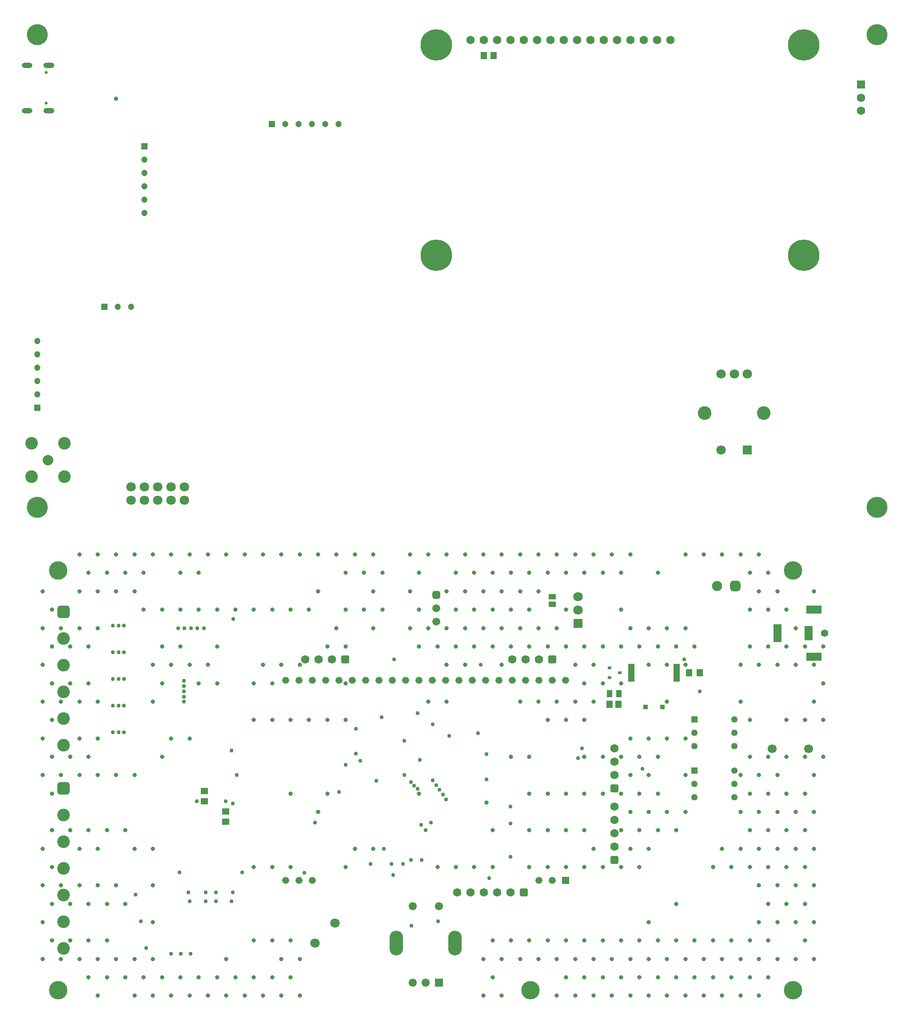
<source format=gbr>
%TF.GenerationSoftware,Altium Limited,Altium Designer,22.11.1 (43)*%
G04 Layer_Color=16711935*
%FSLAX43Y43*%
%MOMM*%
%TF.SameCoordinates,25A6F12C-B93B-4C7C-9F5B-633324915364*%
%TF.FilePolarity,Negative*%
%TF.FileFunction,Soldermask,Bot*%
%TF.Part,CustomerPanel*%
G01*
G75*
%TA.AperFunction,SMDPad,CuDef*%
%ADD15R,1.150X1.450*%
%ADD31R,1.450X1.200*%
%ADD37R,1.356X1.055*%
%ADD40R,1.150X1.450*%
%ADD41R,1.200X1.450*%
%ADD42R,0.700X0.600*%
%ADD56R,1.000X1.350*%
%TA.AperFunction,ComponentPad*%
%ADD73R,1.200X1.200*%
%ADD74C,1.200*%
%ADD75C,1.600*%
%ADD76C,6.000*%
%ADD77C,1.800*%
%ADD78C,0.600*%
%ADD79C,2.600*%
%ADD80R,1.800X1.800*%
%ADD81R,1.600X1.600*%
%ADD82R,1.200X1.200*%
%ADD83C,2.400*%
%ADD84C,2.000*%
%ADD85O,2.100X1.050*%
%ADD86O,2.000X1.000*%
%TA.AperFunction,ViaPad*%
%ADD87C,0.800*%
%ADD88C,4.000*%
%TA.AperFunction,ComponentPad*%
G04:AMPARAMS|DCode=89|XSize=2.6mm|YSize=4.7mm|CornerRadius=1.3mm|HoleSize=0mm|Usage=FLASHONLY|Rotation=180.000|XOffset=0mm|YOffset=0mm|HoleType=Round|Shape=RoundedRectangle|*
%AMROUNDEDRECTD89*
21,1,2.600,2.100,0,0,180.0*
21,1,0.000,4.700,0,0,180.0*
1,1,2.600,0.000,1.050*
1,1,2.600,0.000,1.050*
1,1,2.600,0.000,-1.050*
1,1,2.600,0.000,-1.050*
%
%ADD89ROUNDEDRECTD89*%
%ADD90C,1.550*%
%ADD91R,1.550X1.550*%
%ADD92C,1.337*%
%ADD93R,1.337X1.337*%
%ADD94R,1.250X1.250*%
%ADD95C,1.250*%
%ADD96C,1.700*%
%ADD97R,3.000X1.500*%
%ADD98C,1.400*%
%ADD99R,1.500X3.500*%
%ADD100R,1.500X2.800*%
G04:AMPARAMS|DCode=101|XSize=2.4mm|YSize=2.4mm|CornerRadius=0.6mm|HoleSize=0mm|Usage=FLASHONLY|Rotation=270.000|XOffset=0mm|YOffset=0mm|HoleType=Round|Shape=RoundedRectangle|*
%AMROUNDEDRECTD101*
21,1,2.400,1.200,0,0,270.0*
21,1,1.200,2.400,0,0,270.0*
1,1,1.200,-0.600,-0.600*
1,1,1.200,-0.600,0.600*
1,1,1.200,0.600,0.600*
1,1,1.200,0.600,-0.600*
%
%ADD101ROUNDEDRECTD101*%
G04:AMPARAMS|DCode=102|XSize=1.6mm|YSize=1.6mm|CornerRadius=0.4mm|HoleSize=0mm|Usage=FLASHONLY|Rotation=180.000|XOffset=0mm|YOffset=0mm|HoleType=Round|Shape=RoundedRectangle|*
%AMROUNDEDRECTD102*
21,1,1.600,0.800,0,0,180.0*
21,1,0.800,1.600,0,0,180.0*
1,1,0.800,-0.400,0.400*
1,1,0.800,0.400,0.400*
1,1,0.800,0.400,-0.400*
1,1,0.800,-0.400,-0.400*
%
%ADD102ROUNDEDRECTD102*%
G04:AMPARAMS|DCode=103|XSize=1.5mm|YSize=1.5mm|CornerRadius=0.375mm|HoleSize=0mm|Usage=FLASHONLY|Rotation=270.000|XOffset=0mm|YOffset=0mm|HoleType=Round|Shape=RoundedRectangle|*
%AMROUNDEDRECTD103*
21,1,1.500,0.750,0,0,270.0*
21,1,0.750,1.500,0,0,270.0*
1,1,0.750,-0.375,-0.375*
1,1,0.750,-0.375,0.375*
1,1,0.750,0.375,0.375*
1,1,0.750,0.375,-0.375*
%
%ADD103ROUNDEDRECTD103*%
%ADD104C,1.500*%
%TA.AperFunction,ViaPad*%
%ADD105C,3.500*%
%TA.AperFunction,ComponentPad*%
%ADD106C,1.950*%
G04:AMPARAMS|DCode=107|XSize=1.95mm|YSize=1.95mm|CornerRadius=0.488mm|HoleSize=0mm|Usage=FLASHONLY|Rotation=180.000|XOffset=0mm|YOffset=0mm|HoleType=Round|Shape=RoundedRectangle|*
%AMROUNDEDRECTD107*
21,1,1.950,0.975,0,0,180.0*
21,1,0.975,1.950,0,0,180.0*
1,1,0.975,-0.488,0.488*
1,1,0.975,0.488,0.488*
1,1,0.975,0.488,-0.488*
1,1,0.975,-0.488,-0.488*
%
%ADD107ROUNDEDRECTD107*%
G04:AMPARAMS|DCode=108|XSize=1.6mm|YSize=1.6mm|CornerRadius=0.4mm|HoleSize=0mm|Usage=FLASHONLY|Rotation=90.000|XOffset=0mm|YOffset=0mm|HoleType=Round|Shape=RoundedRectangle|*
%AMROUNDEDRECTD108*
21,1,1.600,0.800,0,0,90.0*
21,1,0.800,1.600,0,0,90.0*
1,1,0.800,0.400,0.400*
1,1,0.800,0.400,-0.400*
1,1,0.800,-0.400,-0.400*
1,1,0.800,-0.400,0.400*
%
%ADD108ROUNDEDRECTD108*%
%TA.AperFunction,ViaPad*%
%ADD109C,0.750*%
%TA.AperFunction,SMDPad,CuDef*%
%ADD110R,1.300X3.400*%
%ADD111R,0.900X0.950*%
D15*
X98900Y190000D02*
D03*
X97100D02*
D03*
D31*
X43800Y48000D02*
D03*
Y50000D02*
D03*
X47902Y44100D02*
D03*
Y46100D02*
D03*
D37*
X110130Y85548D02*
D03*
Y87000D02*
D03*
D40*
X121000Y66500D02*
D03*
X122750D02*
D03*
D41*
X136190Y72500D02*
D03*
X138190D02*
D03*
D42*
X123000D02*
D03*
X121000Y73450D02*
D03*
Y71550D02*
D03*
D56*
X121000Y68500D02*
D03*
X122800D02*
D03*
D73*
X24780Y142180D02*
D03*
X56650Y177000D02*
D03*
D74*
X27320Y142180D02*
D03*
X29860D02*
D03*
X12000Y135620D02*
D03*
Y133080D02*
D03*
Y130540D02*
D03*
Y128000D02*
D03*
Y125460D02*
D03*
X32400Y160060D02*
D03*
Y162600D02*
D03*
Y165140D02*
D03*
Y167680D02*
D03*
Y170220D02*
D03*
X69350Y177000D02*
D03*
X66810D02*
D03*
X64270D02*
D03*
X61730D02*
D03*
X59190D02*
D03*
D75*
X94520Y193000D02*
D03*
X97060D02*
D03*
X99600D02*
D03*
X102140D02*
D03*
X104680D02*
D03*
X107220D02*
D03*
X109760D02*
D03*
X112300D02*
D03*
X114840D02*
D03*
X117380D02*
D03*
X119920D02*
D03*
X122460D02*
D03*
X125000D02*
D03*
X127540D02*
D03*
X130080D02*
D03*
X132620D02*
D03*
X169000Y182000D02*
D03*
Y179500D02*
D03*
X68080Y75000D02*
D03*
X65540D02*
D03*
X63000D02*
D03*
X107590D02*
D03*
X105050D02*
D03*
X102510D02*
D03*
X92000Y30700D02*
D03*
X94540D02*
D03*
X99620D02*
D03*
X102160D02*
D03*
X97080D02*
D03*
X122000Y41920D02*
D03*
Y39380D02*
D03*
Y44460D02*
D03*
Y47000D02*
D03*
Y58120D02*
D03*
Y55580D02*
D03*
Y53040D02*
D03*
D76*
X88020Y192000D02*
D03*
Y152000D02*
D03*
X158020D02*
D03*
Y192000D02*
D03*
D77*
X40020Y107890D02*
D03*
Y105350D02*
D03*
X37480Y107890D02*
D03*
Y105350D02*
D03*
X34940D02*
D03*
Y107890D02*
D03*
X32400Y105350D02*
D03*
Y107890D02*
D03*
X29860Y105350D02*
D03*
Y107890D02*
D03*
X142290Y114920D02*
D03*
X147290Y129420D02*
D03*
X144790D02*
D03*
X142290D02*
D03*
X64900Y21000D02*
D03*
X68710Y24810D02*
D03*
X115000Y84460D02*
D03*
Y87000D02*
D03*
D78*
X13680Y186755D02*
D03*
Y180975D02*
D03*
D79*
X150390Y121920D02*
D03*
X139190D02*
D03*
D80*
X147290Y114920D02*
D03*
X115000Y81920D02*
D03*
D81*
X169000Y184500D02*
D03*
D82*
X12000Y122920D02*
D03*
X32400Y172760D02*
D03*
D83*
X10850Y116150D02*
D03*
Y109850D02*
D03*
X17150D02*
D03*
Y116150D02*
D03*
X17000Y20000D02*
D03*
Y25080D02*
D03*
Y35240D02*
D03*
Y45400D02*
D03*
Y40320D02*
D03*
Y30160D02*
D03*
X17000Y58700D02*
D03*
Y63780D02*
D03*
Y73940D02*
D03*
Y79020D02*
D03*
Y68860D02*
D03*
D84*
X14000Y113000D02*
D03*
D85*
X14180Y179545D02*
D03*
Y188185D02*
D03*
D86*
X10000Y179545D02*
D03*
Y188185D02*
D03*
D87*
X27000Y181801D02*
D03*
X97600Y47761D02*
D03*
X149500Y95000D02*
D03*
X151250Y91500D02*
D03*
X146000Y95000D02*
D03*
X147750Y91500D02*
D03*
X142500Y95000D02*
D03*
X139000D02*
D03*
X135500D02*
D03*
Y81000D02*
D03*
X137250Y77500D02*
D03*
X135500Y74000D02*
D03*
Y60000D02*
D03*
Y53000D02*
D03*
Y46000D02*
D03*
X132000Y81000D02*
D03*
X133750Y77500D02*
D03*
X132000Y74000D02*
D03*
Y67000D02*
D03*
Y60000D02*
D03*
Y46000D02*
D03*
X133750Y42500D02*
D03*
X130250Y91500D02*
D03*
X128500Y81000D02*
D03*
X130250Y77500D02*
D03*
X128500Y74000D02*
D03*
Y60000D02*
D03*
X130250Y56500D02*
D03*
X128500Y53000D02*
D03*
X130250Y49500D02*
D03*
X128500Y46000D02*
D03*
X130250Y42500D02*
D03*
X128500Y39000D02*
D03*
X125000Y95000D02*
D03*
Y81000D02*
D03*
X126750Y77500D02*
D03*
X125000Y60000D02*
D03*
X126750Y56500D02*
D03*
X125000Y53000D02*
D03*
X126750Y49500D02*
D03*
X125000Y46000D02*
D03*
X126750Y42500D02*
D03*
X125000Y39000D02*
D03*
X126750Y35500D02*
D03*
X121500Y95000D02*
D03*
X123250Y91500D02*
D03*
Y84500D02*
D03*
Y77500D02*
D03*
Y70500D02*
D03*
Y56500D02*
D03*
Y49500D02*
D03*
Y42500D02*
D03*
Y35500D02*
D03*
X118000Y95000D02*
D03*
X119750Y91500D02*
D03*
Y77500D02*
D03*
X118000Y74000D02*
D03*
X119750Y70500D02*
D03*
X118000Y67000D02*
D03*
X119750Y56500D02*
D03*
Y49500D02*
D03*
X118000Y39000D02*
D03*
X119750Y35500D02*
D03*
X114500Y95000D02*
D03*
X116250Y91500D02*
D03*
Y77500D02*
D03*
X114500Y74000D02*
D03*
X116250Y70500D02*
D03*
X114500Y67000D02*
D03*
X116250Y63500D02*
D03*
Y56500D02*
D03*
Y49500D02*
D03*
Y42500D02*
D03*
Y35500D02*
D03*
X111000Y95000D02*
D03*
X112750Y91500D02*
D03*
Y84500D02*
D03*
X111000Y81000D02*
D03*
X112750Y77500D02*
D03*
X111000Y67000D02*
D03*
X112750Y63500D02*
D03*
Y49500D02*
D03*
Y42500D02*
D03*
Y35500D02*
D03*
X107500Y95000D02*
D03*
X109250Y91500D02*
D03*
X107500Y88000D02*
D03*
Y81000D02*
D03*
X109250Y77500D02*
D03*
X107500Y67000D02*
D03*
X109250Y63500D02*
D03*
Y49500D02*
D03*
Y42500D02*
D03*
Y35500D02*
D03*
X104000Y95000D02*
D03*
X105750Y91500D02*
D03*
X104000Y88000D02*
D03*
X105750Y84500D02*
D03*
X104000Y81000D02*
D03*
X105750Y77500D02*
D03*
X104000Y67000D02*
D03*
X105750Y56500D02*
D03*
Y49500D02*
D03*
Y42500D02*
D03*
Y35500D02*
D03*
X100500Y95000D02*
D03*
X102250Y91500D02*
D03*
X100500Y88000D02*
D03*
X102250Y84500D02*
D03*
X100500Y81000D02*
D03*
X102250Y77500D02*
D03*
X100500Y74000D02*
D03*
X102250Y56500D02*
D03*
X97000Y95000D02*
D03*
X98750Y91500D02*
D03*
X97000Y88000D02*
D03*
X98750Y84500D02*
D03*
X97000Y81000D02*
D03*
X98750Y77500D02*
D03*
Y42500D02*
D03*
Y35500D02*
D03*
X93500Y95000D02*
D03*
X95250Y91500D02*
D03*
X93500Y88000D02*
D03*
X95250Y84500D02*
D03*
X93500Y81000D02*
D03*
X95250Y77500D02*
D03*
X93500Y74000D02*
D03*
X95250Y35500D02*
D03*
X90000Y95000D02*
D03*
X91750Y91500D02*
D03*
X90000Y88000D02*
D03*
X91750Y84500D02*
D03*
X90000Y81000D02*
D03*
X91750Y77500D02*
D03*
X90000Y74000D02*
D03*
Y67000D02*
D03*
X91750Y35500D02*
D03*
X86500Y95000D02*
D03*
Y81000D02*
D03*
X88250Y77500D02*
D03*
X86500Y67000D02*
D03*
X88250Y35500D02*
D03*
X83000Y95000D02*
D03*
X84750Y91500D02*
D03*
X83000Y88000D02*
D03*
X84750Y84500D02*
D03*
X83000Y81000D02*
D03*
X84750Y77500D02*
D03*
Y49500D02*
D03*
X76000Y95000D02*
D03*
X77750Y91500D02*
D03*
X76000Y88000D02*
D03*
X77750Y84500D02*
D03*
X76000Y81000D02*
D03*
Y39000D02*
D03*
X72500Y95000D02*
D03*
X74250Y91500D02*
D03*
Y84500D02*
D03*
X72500Y39000D02*
D03*
X69000Y95000D02*
D03*
X70750Y91500D02*
D03*
Y84500D02*
D03*
X69000Y81000D02*
D03*
X70750Y77500D02*
D03*
Y70500D02*
D03*
Y63500D02*
D03*
Y35500D02*
D03*
X65500Y95000D02*
D03*
Y88000D02*
D03*
X67250Y77500D02*
D03*
Y63500D02*
D03*
Y49500D02*
D03*
X65500Y46000D02*
D03*
X62000Y95000D02*
D03*
X63750Y84500D02*
D03*
X62000Y74000D02*
D03*
X63750Y63500D02*
D03*
X58500Y95000D02*
D03*
X60250Y84500D02*
D03*
X58500Y74000D02*
D03*
X60250Y63500D02*
D03*
Y49500D02*
D03*
X55000Y95000D02*
D03*
X56750Y84500D02*
D03*
X55000Y74000D02*
D03*
X56750Y70500D02*
D03*
Y63500D02*
D03*
X51500Y95000D02*
D03*
X53250Y84500D02*
D03*
Y70500D02*
D03*
Y63500D02*
D03*
X48000Y95000D02*
D03*
X49750Y84500D02*
D03*
X44500Y95000D02*
D03*
X46250Y84500D02*
D03*
Y77500D02*
D03*
X44500Y74000D02*
D03*
X46250Y70500D02*
D03*
X41000Y95000D02*
D03*
X42750Y91500D02*
D03*
Y84500D02*
D03*
X41000Y74000D02*
D03*
X42750Y70500D02*
D03*
X41000Y60000D02*
D03*
X37500Y95000D02*
D03*
X39250Y91500D02*
D03*
Y84500D02*
D03*
Y77500D02*
D03*
X37500Y74000D02*
D03*
Y60000D02*
D03*
X34000Y95000D02*
D03*
X35750Y84500D02*
D03*
Y77500D02*
D03*
X34000Y74000D02*
D03*
X35750Y70500D02*
D03*
X34000Y67000D02*
D03*
X35750Y56500D02*
D03*
X30500Y95000D02*
D03*
X32250Y91500D02*
D03*
X30500Y88000D02*
D03*
X32250Y84500D02*
D03*
X30500Y53000D02*
D03*
X27000Y95000D02*
D03*
X28750Y91500D02*
D03*
X27000Y88000D02*
D03*
Y53000D02*
D03*
X23500Y95000D02*
D03*
X25250Y91500D02*
D03*
X23500Y88000D02*
D03*
Y81000D02*
D03*
Y67000D02*
D03*
Y60000D02*
D03*
Y53000D02*
D03*
X20000Y95000D02*
D03*
X21750Y91500D02*
D03*
X20000Y88000D02*
D03*
Y81000D02*
D03*
X21750Y77500D02*
D03*
Y70500D02*
D03*
X20000Y67000D02*
D03*
Y60000D02*
D03*
X21750Y56500D02*
D03*
X20000Y53000D02*
D03*
X16500Y81000D02*
D03*
X18250Y77500D02*
D03*
Y70500D02*
D03*
X16500Y67000D02*
D03*
X18250Y56500D02*
D03*
X16500Y53000D02*
D03*
X13000Y88000D02*
D03*
X14750Y84500D02*
D03*
X13000Y81000D02*
D03*
X14750Y77500D02*
D03*
X13000Y74000D02*
D03*
X14750Y70500D02*
D03*
X13000Y67000D02*
D03*
X14750Y63500D02*
D03*
X13000Y60000D02*
D03*
X14750Y56500D02*
D03*
X13000Y53000D02*
D03*
X14750Y49500D02*
D03*
X46250Y14500D02*
D03*
X147750Y77500D02*
D03*
X48000Y18000D02*
D03*
X37500Y11000D02*
D03*
X151250Y42500D02*
D03*
X21750Y28500D02*
D03*
X133750Y21500D02*
D03*
X25250Y14500D02*
D03*
X58500Y18000D02*
D03*
X34000D02*
D03*
X39250Y14500D02*
D03*
X56750Y21500D02*
D03*
Y35500D02*
D03*
X146000Y11000D02*
D03*
X151250Y21500D02*
D03*
X100500Y11000D02*
D03*
X51500D02*
D03*
X30500Y39000D02*
D03*
X105750Y21500D02*
D03*
X154750Y28500D02*
D03*
X25250D02*
D03*
X23500Y32000D02*
D03*
X126750Y14500D02*
D03*
X149500Y11000D02*
D03*
X147750Y56500D02*
D03*
X18250Y42500D02*
D03*
X154750D02*
D03*
X160000Y67000D02*
D03*
X100500Y18000D02*
D03*
X160000Y88000D02*
D03*
X149500Y25000D02*
D03*
X151250Y84500D02*
D03*
X14750Y28500D02*
D03*
X133750D02*
D03*
X140750Y35500D02*
D03*
X62000Y11000D02*
D03*
X21750Y42500D02*
D03*
X156500Y25000D02*
D03*
X20000Y32000D02*
D03*
X149500Y88000D02*
D03*
X151250Y56500D02*
D03*
X62000Y18000D02*
D03*
X126750Y21500D02*
D03*
X23500Y39000D02*
D03*
Y18000D02*
D03*
X161750Y70500D02*
D03*
X25250Y42500D02*
D03*
X149500Y53000D02*
D03*
X153000Y18000D02*
D03*
X114500Y11000D02*
D03*
X130250Y14500D02*
D03*
X20000Y39000D02*
D03*
X147750Y35500D02*
D03*
X149500Y39000D02*
D03*
X160000Y53000D02*
D03*
X28750Y28500D02*
D03*
X158250Y56500D02*
D03*
X161750Y63500D02*
D03*
X151250Y14500D02*
D03*
X53250D02*
D03*
X97000Y11000D02*
D03*
X14750Y21500D02*
D03*
X156500Y46000D02*
D03*
X21750Y21500D02*
D03*
X123250D02*
D03*
X114500Y18000D02*
D03*
X30500D02*
D03*
X149500Y32000D02*
D03*
X139000Y18000D02*
D03*
X18250Y21500D02*
D03*
X130250D02*
D03*
X125000Y18000D02*
D03*
X137250Y14500D02*
D03*
X32250D02*
D03*
X146000Y67000D02*
D03*
X112750Y21500D02*
D03*
X146000Y53000D02*
D03*
X21750Y14500D02*
D03*
X161750Y56500D02*
D03*
X98750Y14500D02*
D03*
X97000Y18000D02*
D03*
X149500Y46000D02*
D03*
X161750Y77500D02*
D03*
X160000Y18000D02*
D03*
X60250Y14500D02*
D03*
X149500Y18000D02*
D03*
X151250Y35500D02*
D03*
X34000Y39000D02*
D03*
X119750Y14500D02*
D03*
X56750D02*
D03*
X44500Y11000D02*
D03*
X112750Y14500D02*
D03*
X18250Y28500D02*
D03*
X53250Y21500D02*
D03*
X151250Y28500D02*
D03*
X128500Y11000D02*
D03*
X146000Y46000D02*
D03*
X35750Y14500D02*
D03*
X147750Y63500D02*
D03*
X156500Y18000D02*
D03*
X133750Y14500D02*
D03*
X121500Y11000D02*
D03*
X16500Y32000D02*
D03*
X146000Y39000D02*
D03*
X20000Y18000D02*
D03*
X53250Y35500D02*
D03*
X27000Y18000D02*
D03*
X158250Y77500D02*
D03*
X154750Y49500D02*
D03*
X13000Y25000D02*
D03*
X135500Y11000D02*
D03*
X28750Y14500D02*
D03*
X153000Y39000D02*
D03*
Y53000D02*
D03*
X158250Y42500D02*
D03*
Y28500D02*
D03*
X160000Y46000D02*
D03*
X156500Y32000D02*
D03*
X14750Y35500D02*
D03*
X154750Y84500D02*
D03*
X34000Y25000D02*
D03*
X116250Y21500D02*
D03*
X147750Y49500D02*
D03*
X146000Y74000D02*
D03*
X160000Y25000D02*
D03*
X153000Y88000D02*
D03*
X118000Y18000D02*
D03*
X104000D02*
D03*
X111000D02*
D03*
X135500D02*
D03*
X121500D02*
D03*
X146000D02*
D03*
X144250Y14500D02*
D03*
X132000Y18000D02*
D03*
X153000Y46000D02*
D03*
X142500Y39000D02*
D03*
X158250Y63500D02*
D03*
X153000Y25000D02*
D03*
X154750Y77500D02*
D03*
X48000Y11000D02*
D03*
X34000D02*
D03*
X144250Y21500D02*
D03*
X119750D02*
D03*
X128500Y18000D02*
D03*
X23500Y11000D02*
D03*
X116250Y14500D02*
D03*
X156500Y74000D02*
D03*
X14750Y42500D02*
D03*
X30500Y11000D02*
D03*
X49750Y14500D02*
D03*
X25250Y21500D02*
D03*
X160000Y32000D02*
D03*
X153000D02*
D03*
X142500Y18000D02*
D03*
X102250Y21500D02*
D03*
X151250Y77500D02*
D03*
X144250Y35500D02*
D03*
X55000Y11000D02*
D03*
X98750Y21500D02*
D03*
X160000Y39000D02*
D03*
X42750Y14500D02*
D03*
X142500Y11000D02*
D03*
X158250Y35500D02*
D03*
X118000Y11000D02*
D03*
X158250Y21500D02*
D03*
X156500Y81000D02*
D03*
X58500Y11000D02*
D03*
X41000D02*
D03*
X147750Y84500D02*
D03*
X123250Y14500D02*
D03*
X151250Y49500D02*
D03*
X111000Y11000D02*
D03*
X13000Y32000D02*
D03*
X137250Y21500D02*
D03*
X154750Y56500D02*
D03*
X158250Y49500D02*
D03*
X27000Y32000D02*
D03*
X147750Y14500D02*
D03*
X60250Y35500D02*
D03*
X107500Y18000D02*
D03*
X34000Y32000D02*
D03*
X13000Y39000D02*
D03*
X140750Y14500D02*
D03*
X139000Y11000D02*
D03*
X16500Y18000D02*
D03*
X147750Y21500D02*
D03*
X109250D02*
D03*
X128500Y25000D02*
D03*
X13000Y18000D02*
D03*
X154750Y35500D02*
D03*
X153000Y74000D02*
D03*
X140750Y21500D02*
D03*
X154750Y63500D02*
D03*
X132000Y11000D02*
D03*
X147750Y42500D02*
D03*
X156500Y39000D02*
D03*
X28750Y42500D02*
D03*
X125000Y11000D02*
D03*
X149500Y74000D02*
D03*
X160000D02*
D03*
X60250Y21500D02*
D03*
D88*
X172000Y104000D02*
D03*
X12000D02*
D03*
Y194000D02*
D03*
X172000D02*
D03*
D89*
X80400Y21000D02*
D03*
X91600D02*
D03*
D90*
X83500Y13500D02*
D03*
X86000D02*
D03*
X83500Y28000D02*
D03*
X88500D02*
D03*
D91*
Y13500D02*
D03*
D92*
X59330Y32950D02*
D03*
X64410D02*
D03*
X61870D02*
D03*
X72030Y71050D02*
D03*
X82190D02*
D03*
X79650D02*
D03*
X77110D02*
D03*
X74570D02*
D03*
X69490D02*
D03*
X66950D02*
D03*
X64410D02*
D03*
X61870D02*
D03*
X59330D02*
D03*
X110130Y32950D02*
D03*
X107590D02*
D03*
X84730Y71050D02*
D03*
X112670D02*
D03*
X99970D02*
D03*
X94890D02*
D03*
X92350D02*
D03*
X89810D02*
D03*
X87270D02*
D03*
X102510D02*
D03*
X105050D02*
D03*
X107590D02*
D03*
X97430D02*
D03*
X110130D02*
D03*
D93*
X112670Y32950D02*
D03*
D94*
X137190Y63640D02*
D03*
Y53840D02*
D03*
D95*
Y61100D02*
D03*
Y58560D02*
D03*
X144810D02*
D03*
Y61100D02*
D03*
Y63640D02*
D03*
X137190Y51300D02*
D03*
Y48760D02*
D03*
X144810D02*
D03*
Y51300D02*
D03*
Y53840D02*
D03*
D96*
X159000Y58000D02*
D03*
X152000D02*
D03*
D97*
X160000Y75500D02*
D03*
Y84500D02*
D03*
D98*
X162000Y80000D02*
D03*
D99*
X153000D02*
D03*
D100*
X159000D02*
D03*
D101*
X17000Y50480D02*
D03*
X17000Y84100D02*
D03*
D102*
X70620Y75000D02*
D03*
X110130D02*
D03*
X104700Y30700D02*
D03*
D103*
X88000Y87300D02*
D03*
D104*
Y84760D02*
D03*
Y82220D02*
D03*
D105*
X106000Y12000D02*
D03*
X16000Y92000D02*
D03*
X156000D02*
D03*
X16000Y12000D02*
D03*
X156000D02*
D03*
D106*
X141500Y89000D02*
D03*
D107*
X145000D02*
D03*
D108*
X122000Y36840D02*
D03*
Y50500D02*
D03*
D109*
X84916Y55911D02*
D03*
X69490Y49800D02*
D03*
X70748Y55000D02*
D03*
X102160Y47000D02*
D03*
Y43824D02*
D03*
Y37450D02*
D03*
X79800Y34000D02*
D03*
X79485Y36100D02*
D03*
X78000Y39000D02*
D03*
X81700Y36100D02*
D03*
X75500D02*
D03*
X87034Y44000D02*
D03*
X72700Y61800D02*
D03*
X77600Y64000D02*
D03*
X84469Y64800D02*
D03*
X97600Y52213D02*
D03*
X89839Y48322D02*
D03*
X83153Y51654D02*
D03*
X81953Y53010D02*
D03*
X83245Y24282D02*
D03*
X38795Y80967D02*
D03*
X40021D02*
D03*
X41248D02*
D03*
X42474D02*
D03*
X43700D02*
D03*
X26419Y81500D02*
D03*
X27444D02*
D03*
X28469D02*
D03*
X26419Y76420D02*
D03*
X27444D02*
D03*
X28469D02*
D03*
X26419Y71340D02*
D03*
X27444D02*
D03*
X28469D02*
D03*
X26419Y66260D02*
D03*
X27444D02*
D03*
X28469D02*
D03*
Y61180D02*
D03*
X27444D02*
D03*
X26419D02*
D03*
X138190Y68895D02*
D03*
X88373Y25127D02*
D03*
X98100Y33388D02*
D03*
X62895Y34386D02*
D03*
X80000Y75000D02*
D03*
X83153Y36840D02*
D03*
X85260D02*
D03*
X37498Y19000D02*
D03*
X39349D02*
D03*
X41200D02*
D03*
X49000Y57682D02*
D03*
X76607Y51913D02*
D03*
X84469Y50426D02*
D03*
X83783Y51010D02*
D03*
X72700Y57100D02*
D03*
X73500Y55694D02*
D03*
X135250Y75000D02*
D03*
X87381Y62668D02*
D03*
X87299Y51962D02*
D03*
X88043Y51078D02*
D03*
X96470Y73984D02*
D03*
X40800Y30700D02*
D03*
X44050D02*
D03*
X46000D02*
D03*
X49250D02*
D03*
X89263Y49335D02*
D03*
X88626Y50201D02*
D03*
X39098Y34491D02*
D03*
X31700Y25200D02*
D03*
X32700Y20120D02*
D03*
X51000Y34491D02*
D03*
X49000Y29000D02*
D03*
X46000D02*
D03*
X44050D02*
D03*
X41000D02*
D03*
X115000Y56246D02*
D03*
X42400Y48000D02*
D03*
X39960Y66961D02*
D03*
Y67959D02*
D03*
Y68946D02*
D03*
Y69948D02*
D03*
Y70949D02*
D03*
X96000Y61000D02*
D03*
X97600Y57000D02*
D03*
X49300Y82749D02*
D03*
X90500Y60500D02*
D03*
X127275Y54200D02*
D03*
X115816Y58120D02*
D03*
X64900Y44000D02*
D03*
X81900Y59500D02*
D03*
X86000Y42500D02*
D03*
X85100Y43500D02*
D03*
X47902Y48000D02*
D03*
X50000Y53000D02*
D03*
X49250Y47600D02*
D03*
X30700Y30280D02*
D03*
D110*
X133850Y72500D02*
D03*
X125150D02*
D03*
D111*
X131075Y66000D02*
D03*
X127925D02*
D03*
%TF.MD5,aa745bb43f0ce97c470d3a6a4c76b005*%
M02*

</source>
